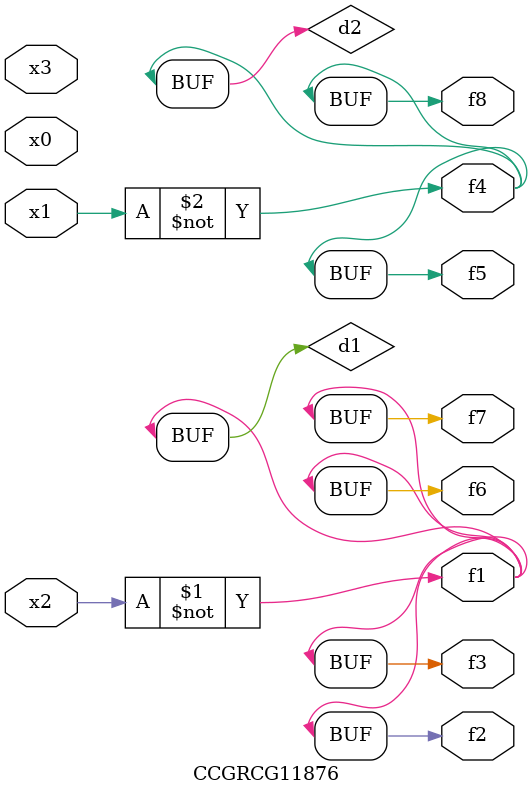
<source format=v>
module CCGRCG11876(
	input x0, x1, x2, x3,
	output f1, f2, f3, f4, f5, f6, f7, f8
);

	wire d1, d2;

	xnor (d1, x2);
	not (d2, x1);
	assign f1 = d1;
	assign f2 = d1;
	assign f3 = d1;
	assign f4 = d2;
	assign f5 = d2;
	assign f6 = d1;
	assign f7 = d1;
	assign f8 = d2;
endmodule

</source>
